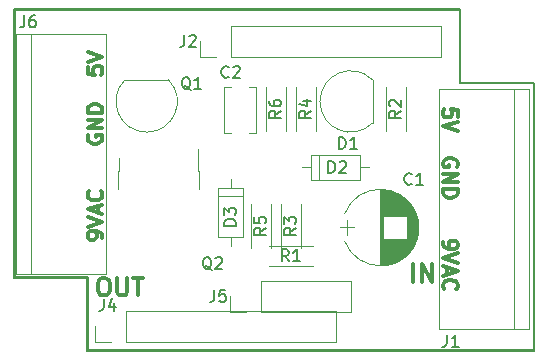
<source format=gto>
G04 #@! TF.FileFunction,Legend,Top*
%FSLAX46Y46*%
G04 Gerber Fmt 4.6, Leading zero omitted, Abs format (unit mm)*
G04 Created by KiCad (PCBNEW 4.0.7) date 07/23/18 00:18:49*
%MOMM*%
%LPD*%
G01*
G04 APERTURE LIST*
%ADD10C,0.100000*%
%ADD11C,0.150000*%
%ADD12C,0.300000*%
%ADD13C,0.120000*%
G04 APERTURE END LIST*
D10*
D11*
X140462000Y-106299000D02*
X140462000Y-83693000D01*
X146685000Y-106299000D02*
X140462000Y-106299000D01*
X146685000Y-112522000D02*
X146685000Y-106299000D01*
X184404000Y-112522000D02*
X146685000Y-112522000D01*
X184404000Y-89916000D02*
X184404000Y-112522000D01*
X178181000Y-89916000D02*
X184404000Y-89916000D01*
X178181000Y-83693000D02*
X178181000Y-89916000D01*
X140462000Y-83693000D02*
X178181000Y-83693000D01*
D12*
X147885476Y-103026524D02*
X147885476Y-102788429D01*
X147825952Y-102669381D01*
X147766429Y-102609857D01*
X147587857Y-102490810D01*
X147349762Y-102431286D01*
X146873571Y-102431286D01*
X146754524Y-102490810D01*
X146695000Y-102550334D01*
X146635476Y-102669381D01*
X146635476Y-102907477D01*
X146695000Y-103026524D01*
X146754524Y-103086048D01*
X146873571Y-103145572D01*
X147171190Y-103145572D01*
X147290238Y-103086048D01*
X147349762Y-103026524D01*
X147409286Y-102907477D01*
X147409286Y-102669381D01*
X147349762Y-102550334D01*
X147290238Y-102490810D01*
X147171190Y-102431286D01*
X146635476Y-102074143D02*
X147885476Y-101657477D01*
X146635476Y-101240810D01*
X147528333Y-100883667D02*
X147528333Y-100288429D01*
X147885476Y-101002714D02*
X146635476Y-100586048D01*
X147885476Y-100169381D01*
X147766429Y-99038428D02*
X147825952Y-99097952D01*
X147885476Y-99276523D01*
X147885476Y-99395571D01*
X147825952Y-99574143D01*
X147706905Y-99693190D01*
X147587857Y-99752714D01*
X147349762Y-99812238D01*
X147171190Y-99812238D01*
X146933095Y-99752714D01*
X146814048Y-99693190D01*
X146695000Y-99574143D01*
X146635476Y-99395571D01*
X146635476Y-99276523D01*
X146695000Y-99097952D01*
X146754524Y-99038428D01*
X146695000Y-94297381D02*
X146635476Y-94416429D01*
X146635476Y-94595000D01*
X146695000Y-94773572D01*
X146814048Y-94892619D01*
X146933095Y-94952143D01*
X147171190Y-95011667D01*
X147349762Y-95011667D01*
X147587857Y-94952143D01*
X147706905Y-94892619D01*
X147825952Y-94773572D01*
X147885476Y-94595000D01*
X147885476Y-94475952D01*
X147825952Y-94297381D01*
X147766429Y-94237857D01*
X147349762Y-94237857D01*
X147349762Y-94475952D01*
X147885476Y-93702143D02*
X146635476Y-93702143D01*
X147885476Y-92987857D01*
X146635476Y-92987857D01*
X147885476Y-92392619D02*
X146635476Y-92392619D01*
X146635476Y-92095000D01*
X146695000Y-91916428D01*
X146814048Y-91797381D01*
X146933095Y-91737857D01*
X147171190Y-91678333D01*
X147349762Y-91678333D01*
X147587857Y-91737857D01*
X147706905Y-91797381D01*
X147825952Y-91916428D01*
X147885476Y-92095000D01*
X147885476Y-92392619D01*
X146635476Y-88503095D02*
X146635476Y-89098333D01*
X147230714Y-89157857D01*
X147171190Y-89098333D01*
X147111667Y-88979285D01*
X147111667Y-88681666D01*
X147171190Y-88562619D01*
X147230714Y-88503095D01*
X147349762Y-88443571D01*
X147647381Y-88443571D01*
X147766429Y-88503095D01*
X147825952Y-88562619D01*
X147885476Y-88681666D01*
X147885476Y-88979285D01*
X147825952Y-89098333D01*
X147766429Y-89157857D01*
X146635476Y-88086428D02*
X147885476Y-87669762D01*
X146635476Y-87253095D01*
X147852000Y-106366571D02*
X148137714Y-106366571D01*
X148280572Y-106438000D01*
X148423429Y-106580857D01*
X148494857Y-106866571D01*
X148494857Y-107366571D01*
X148423429Y-107652286D01*
X148280572Y-107795143D01*
X148137714Y-107866571D01*
X147852000Y-107866571D01*
X147709143Y-107795143D01*
X147566286Y-107652286D01*
X147494857Y-107366571D01*
X147494857Y-106866571D01*
X147566286Y-106580857D01*
X147709143Y-106438000D01*
X147852000Y-106366571D01*
X149137715Y-106366571D02*
X149137715Y-107580857D01*
X149209143Y-107723714D01*
X149280572Y-107795143D01*
X149423429Y-107866571D01*
X149709143Y-107866571D01*
X149852001Y-107795143D01*
X149923429Y-107723714D01*
X149994858Y-107580857D01*
X149994858Y-106366571D01*
X150494858Y-106366571D02*
X151352001Y-106366571D01*
X150923430Y-107866571D02*
X150923430Y-106366571D01*
X174220286Y-106723571D02*
X174220286Y-105223571D01*
X174934572Y-106723571D02*
X174934572Y-105223571D01*
X175791715Y-106723571D01*
X175791715Y-105223571D01*
X176726524Y-103348476D02*
X176726524Y-103586571D01*
X176786048Y-103705619D01*
X176845571Y-103765143D01*
X177024143Y-103884190D01*
X177262238Y-103943714D01*
X177738429Y-103943714D01*
X177857476Y-103884190D01*
X177917000Y-103824666D01*
X177976524Y-103705619D01*
X177976524Y-103467523D01*
X177917000Y-103348476D01*
X177857476Y-103288952D01*
X177738429Y-103229428D01*
X177440810Y-103229428D01*
X177321762Y-103288952D01*
X177262238Y-103348476D01*
X177202714Y-103467523D01*
X177202714Y-103705619D01*
X177262238Y-103824666D01*
X177321762Y-103884190D01*
X177440810Y-103943714D01*
X177976524Y-104300857D02*
X176726524Y-104717523D01*
X177976524Y-105134190D01*
X177083667Y-105491333D02*
X177083667Y-106086571D01*
X176726524Y-105372286D02*
X177976524Y-105788952D01*
X176726524Y-106205619D01*
X176845571Y-107336572D02*
X176786048Y-107277048D01*
X176726524Y-107098477D01*
X176726524Y-106979429D01*
X176786048Y-106800857D01*
X176905095Y-106681810D01*
X177024143Y-106622286D01*
X177262238Y-106562762D01*
X177440810Y-106562762D01*
X177678905Y-106622286D01*
X177797952Y-106681810D01*
X177917000Y-106800857D01*
X177976524Y-106979429D01*
X177976524Y-107098477D01*
X177917000Y-107277048D01*
X177857476Y-107336572D01*
X177917000Y-96964619D02*
X177976524Y-96845571D01*
X177976524Y-96667000D01*
X177917000Y-96488428D01*
X177797952Y-96369381D01*
X177678905Y-96309857D01*
X177440810Y-96250333D01*
X177262238Y-96250333D01*
X177024143Y-96309857D01*
X176905095Y-96369381D01*
X176786048Y-96488428D01*
X176726524Y-96667000D01*
X176726524Y-96786048D01*
X176786048Y-96964619D01*
X176845571Y-97024143D01*
X177262238Y-97024143D01*
X177262238Y-96786048D01*
X176726524Y-97559857D02*
X177976524Y-97559857D01*
X176726524Y-98274143D01*
X177976524Y-98274143D01*
X176726524Y-98869381D02*
X177976524Y-98869381D01*
X177976524Y-99167000D01*
X177917000Y-99345572D01*
X177797952Y-99464619D01*
X177678905Y-99524143D01*
X177440810Y-99583667D01*
X177262238Y-99583667D01*
X177024143Y-99524143D01*
X176905095Y-99464619D01*
X176786048Y-99345572D01*
X176726524Y-99167000D01*
X176726524Y-98869381D01*
X177976524Y-92725905D02*
X177976524Y-92130667D01*
X177381286Y-92071143D01*
X177440810Y-92130667D01*
X177500333Y-92249715D01*
X177500333Y-92547334D01*
X177440810Y-92666381D01*
X177381286Y-92725905D01*
X177262238Y-92785429D01*
X176964619Y-92785429D01*
X176845571Y-92725905D01*
X176786048Y-92666381D01*
X176726524Y-92547334D01*
X176726524Y-92249715D01*
X176786048Y-92130667D01*
X176845571Y-92071143D01*
X177976524Y-93142572D02*
X176726524Y-93559238D01*
X177976524Y-93975905D01*
D13*
X174447820Y-100928864D02*
G75*
G03X168412518Y-100928000I-3017820J-1179136D01*
G01*
X174447820Y-103287136D02*
G75*
G02X168412518Y-103288000I-3017820J1179136D01*
G01*
X174447820Y-103287136D02*
G75*
G03X174447482Y-100928000I-3017820J1179136D01*
G01*
X171430000Y-98908000D02*
X171430000Y-105308000D01*
X171470000Y-98908000D02*
X171470000Y-105308000D01*
X171510000Y-98908000D02*
X171510000Y-105308000D01*
X171550000Y-98910000D02*
X171550000Y-105306000D01*
X171590000Y-98911000D02*
X171590000Y-105305000D01*
X171630000Y-98914000D02*
X171630000Y-105302000D01*
X171670000Y-98916000D02*
X171670000Y-105300000D01*
X171710000Y-98920000D02*
X171710000Y-101128000D01*
X171710000Y-103088000D02*
X171710000Y-105296000D01*
X171750000Y-98923000D02*
X171750000Y-101128000D01*
X171750000Y-103088000D02*
X171750000Y-105293000D01*
X171790000Y-98928000D02*
X171790000Y-101128000D01*
X171790000Y-103088000D02*
X171790000Y-105288000D01*
X171830000Y-98932000D02*
X171830000Y-101128000D01*
X171830000Y-103088000D02*
X171830000Y-105284000D01*
X171870000Y-98938000D02*
X171870000Y-101128000D01*
X171870000Y-103088000D02*
X171870000Y-105278000D01*
X171910000Y-98943000D02*
X171910000Y-101128000D01*
X171910000Y-103088000D02*
X171910000Y-105273000D01*
X171950000Y-98950000D02*
X171950000Y-101128000D01*
X171950000Y-103088000D02*
X171950000Y-105266000D01*
X171990000Y-98956000D02*
X171990000Y-101128000D01*
X171990000Y-103088000D02*
X171990000Y-105260000D01*
X172030000Y-98964000D02*
X172030000Y-101128000D01*
X172030000Y-103088000D02*
X172030000Y-105252000D01*
X172070000Y-98971000D02*
X172070000Y-101128000D01*
X172070000Y-103088000D02*
X172070000Y-105245000D01*
X172110000Y-98980000D02*
X172110000Y-101128000D01*
X172110000Y-103088000D02*
X172110000Y-105236000D01*
X172151000Y-98989000D02*
X172151000Y-101128000D01*
X172151000Y-103088000D02*
X172151000Y-105227000D01*
X172191000Y-98998000D02*
X172191000Y-101128000D01*
X172191000Y-103088000D02*
X172191000Y-105218000D01*
X172231000Y-99008000D02*
X172231000Y-101128000D01*
X172231000Y-103088000D02*
X172231000Y-105208000D01*
X172271000Y-99018000D02*
X172271000Y-101128000D01*
X172271000Y-103088000D02*
X172271000Y-105198000D01*
X172311000Y-99029000D02*
X172311000Y-101128000D01*
X172311000Y-103088000D02*
X172311000Y-105187000D01*
X172351000Y-99041000D02*
X172351000Y-101128000D01*
X172351000Y-103088000D02*
X172351000Y-105175000D01*
X172391000Y-99053000D02*
X172391000Y-101128000D01*
X172391000Y-103088000D02*
X172391000Y-105163000D01*
X172431000Y-99066000D02*
X172431000Y-101128000D01*
X172431000Y-103088000D02*
X172431000Y-105150000D01*
X172471000Y-99079000D02*
X172471000Y-101128000D01*
X172471000Y-103088000D02*
X172471000Y-105137000D01*
X172511000Y-99093000D02*
X172511000Y-101128000D01*
X172511000Y-103088000D02*
X172511000Y-105123000D01*
X172551000Y-99107000D02*
X172551000Y-101128000D01*
X172551000Y-103088000D02*
X172551000Y-105109000D01*
X172591000Y-99122000D02*
X172591000Y-101128000D01*
X172591000Y-103088000D02*
X172591000Y-105094000D01*
X172631000Y-99138000D02*
X172631000Y-101128000D01*
X172631000Y-103088000D02*
X172631000Y-105078000D01*
X172671000Y-99154000D02*
X172671000Y-101128000D01*
X172671000Y-103088000D02*
X172671000Y-105062000D01*
X172711000Y-99171000D02*
X172711000Y-101128000D01*
X172711000Y-103088000D02*
X172711000Y-105045000D01*
X172751000Y-99189000D02*
X172751000Y-101128000D01*
X172751000Y-103088000D02*
X172751000Y-105027000D01*
X172791000Y-99207000D02*
X172791000Y-101128000D01*
X172791000Y-103088000D02*
X172791000Y-105009000D01*
X172831000Y-99226000D02*
X172831000Y-101128000D01*
X172831000Y-103088000D02*
X172831000Y-104990000D01*
X172871000Y-99245000D02*
X172871000Y-101128000D01*
X172871000Y-103088000D02*
X172871000Y-104971000D01*
X172911000Y-99265000D02*
X172911000Y-101128000D01*
X172911000Y-103088000D02*
X172911000Y-104951000D01*
X172951000Y-99286000D02*
X172951000Y-101128000D01*
X172951000Y-103088000D02*
X172951000Y-104930000D01*
X172991000Y-99308000D02*
X172991000Y-101128000D01*
X172991000Y-103088000D02*
X172991000Y-104908000D01*
X173031000Y-99330000D02*
X173031000Y-101128000D01*
X173031000Y-103088000D02*
X173031000Y-104886000D01*
X173071000Y-99353000D02*
X173071000Y-101128000D01*
X173071000Y-103088000D02*
X173071000Y-104863000D01*
X173111000Y-99377000D02*
X173111000Y-101128000D01*
X173111000Y-103088000D02*
X173111000Y-104839000D01*
X173151000Y-99402000D02*
X173151000Y-101128000D01*
X173151000Y-103088000D02*
X173151000Y-104814000D01*
X173191000Y-99427000D02*
X173191000Y-101128000D01*
X173191000Y-103088000D02*
X173191000Y-104789000D01*
X173231000Y-99454000D02*
X173231000Y-101128000D01*
X173231000Y-103088000D02*
X173231000Y-104762000D01*
X173271000Y-99481000D02*
X173271000Y-101128000D01*
X173271000Y-103088000D02*
X173271000Y-104735000D01*
X173311000Y-99509000D02*
X173311000Y-101128000D01*
X173311000Y-103088000D02*
X173311000Y-104707000D01*
X173351000Y-99538000D02*
X173351000Y-101128000D01*
X173351000Y-103088000D02*
X173351000Y-104678000D01*
X173391000Y-99568000D02*
X173391000Y-101128000D01*
X173391000Y-103088000D02*
X173391000Y-104648000D01*
X173431000Y-99598000D02*
X173431000Y-101128000D01*
X173431000Y-103088000D02*
X173431000Y-104618000D01*
X173471000Y-99630000D02*
X173471000Y-101128000D01*
X173471000Y-103088000D02*
X173471000Y-104586000D01*
X173511000Y-99663000D02*
X173511000Y-101128000D01*
X173511000Y-103088000D02*
X173511000Y-104553000D01*
X173551000Y-99697000D02*
X173551000Y-101128000D01*
X173551000Y-103088000D02*
X173551000Y-104519000D01*
X173591000Y-99733000D02*
X173591000Y-101128000D01*
X173591000Y-103088000D02*
X173591000Y-104483000D01*
X173631000Y-99769000D02*
X173631000Y-101128000D01*
X173631000Y-103088000D02*
X173631000Y-104447000D01*
X173671000Y-99807000D02*
X173671000Y-104409000D01*
X173711000Y-99846000D02*
X173711000Y-104370000D01*
X173751000Y-99886000D02*
X173751000Y-104330000D01*
X173791000Y-99928000D02*
X173791000Y-104288000D01*
X173831000Y-99971000D02*
X173831000Y-104245000D01*
X173871000Y-100016000D02*
X173871000Y-104200000D01*
X173911000Y-100063000D02*
X173911000Y-104153000D01*
X173951000Y-100111000D02*
X173951000Y-104105000D01*
X173991000Y-100162000D02*
X173991000Y-104054000D01*
X174031000Y-100214000D02*
X174031000Y-104002000D01*
X174071000Y-100269000D02*
X174071000Y-103947000D01*
X174111000Y-100327000D02*
X174111000Y-103889000D01*
X174151000Y-100387000D02*
X174151000Y-103829000D01*
X174191000Y-100450000D02*
X174191000Y-103766000D01*
X174231000Y-100517000D02*
X174231000Y-103699000D01*
X174271000Y-100588000D02*
X174271000Y-103628000D01*
X174311000Y-100663000D02*
X174311000Y-103553000D01*
X174351000Y-100744000D02*
X174351000Y-103472000D01*
X174391000Y-100830000D02*
X174391000Y-103386000D01*
X174431000Y-100924000D02*
X174431000Y-103292000D01*
X174471000Y-101027000D02*
X174471000Y-103189000D01*
X174511000Y-101142000D02*
X174511000Y-103074000D01*
X174551000Y-101274000D02*
X174551000Y-102942000D01*
X174591000Y-101432000D02*
X174591000Y-102784000D01*
X174631000Y-101640000D02*
X174631000Y-102576000D01*
X167980000Y-102108000D02*
X169180000Y-102108000D01*
X168580000Y-101458000D02*
X168580000Y-102758000D01*
X153438000Y-89590000D02*
X149838000Y-89590000D01*
X153476478Y-89601522D02*
G75*
G02X151638000Y-94040000I-1838478J-1838478D01*
G01*
X149799522Y-89601522D02*
G75*
G03X151638000Y-94040000I1838478J-1838478D01*
G01*
X148209000Y-85725000D02*
X140589000Y-85725000D01*
X140589000Y-106045000D02*
X148209000Y-106045000D01*
X141859000Y-106045000D02*
X141859000Y-85725000D01*
X148209000Y-85725000D02*
X148209000Y-106045000D01*
X140589000Y-85725000D02*
X140589000Y-106045000D01*
X160872000Y-90222000D02*
X160872000Y-94142000D01*
X158152000Y-90222000D02*
X158152000Y-94142000D01*
X160872000Y-90222000D02*
X160262000Y-90222000D01*
X158762000Y-90222000D02*
X158152000Y-90222000D01*
X160872000Y-94142000D02*
X160262000Y-94142000D01*
X158762000Y-94142000D02*
X158152000Y-94142000D01*
X165580000Y-95968000D02*
X165580000Y-98088000D01*
X165580000Y-98088000D02*
X169700000Y-98088000D01*
X169700000Y-98088000D02*
X169700000Y-95968000D01*
X169700000Y-95968000D02*
X165580000Y-95968000D01*
X164810000Y-97028000D02*
X165580000Y-97028000D01*
X170470000Y-97028000D02*
X169700000Y-97028000D01*
X166240000Y-95968000D02*
X166240000Y-98088000D01*
X159810000Y-98778000D02*
X157690000Y-98778000D01*
X157690000Y-98778000D02*
X157690000Y-102898000D01*
X157690000Y-102898000D02*
X159810000Y-102898000D01*
X159810000Y-102898000D02*
X159810000Y-98778000D01*
X158750000Y-98008000D02*
X158750000Y-98778000D01*
X158750000Y-103668000D02*
X158750000Y-102898000D01*
X159810000Y-99438000D02*
X157690000Y-99438000D01*
X176403000Y-110744000D02*
X184023000Y-110744000D01*
X184023000Y-90424000D02*
X176403000Y-90424000D01*
X182753000Y-90424000D02*
X182753000Y-110744000D01*
X176403000Y-110744000D02*
X176403000Y-90424000D01*
X184023000Y-110744000D02*
X184023000Y-90424000D01*
X170760000Y-93240000D02*
X170760000Y-89640000D01*
X170748478Y-93278478D02*
G75*
G02X166310000Y-91440000I-1838478J1838478D01*
G01*
X170748478Y-89601522D02*
G75*
G03X166310000Y-91440000I-1838478J-1838478D01*
G01*
X156090000Y-98840000D02*
X156090000Y-97340000D01*
X156090000Y-97340000D02*
X155990000Y-97340000D01*
X155990000Y-97340000D02*
X155990000Y-95440000D01*
X149190000Y-98840000D02*
X149190000Y-97340000D01*
X149190000Y-97340000D02*
X149290000Y-97340000D01*
X149290000Y-97340000D02*
X149290000Y-96240000D01*
X176590000Y-87690000D02*
X176590000Y-85030000D01*
X158750000Y-87690000D02*
X176590000Y-87690000D01*
X158750000Y-85030000D02*
X176590000Y-85030000D01*
X158750000Y-87690000D02*
X158750000Y-85030000D01*
X157480000Y-87690000D02*
X156150000Y-87690000D01*
X156150000Y-87690000D02*
X156150000Y-86360000D01*
X167700000Y-111820000D02*
X167700000Y-109160000D01*
X149860000Y-111820000D02*
X167700000Y-111820000D01*
X149860000Y-109160000D02*
X167700000Y-109160000D01*
X149860000Y-111820000D02*
X149860000Y-109160000D01*
X148590000Y-111820000D02*
X147260000Y-111820000D01*
X147260000Y-111820000D02*
X147260000Y-110490000D01*
X168970000Y-109280000D02*
X168970000Y-106620000D01*
X161290000Y-109280000D02*
X168970000Y-109280000D01*
X161290000Y-106620000D02*
X168970000Y-106620000D01*
X161290000Y-109280000D02*
X161290000Y-106620000D01*
X160020000Y-109280000D02*
X158690000Y-109280000D01*
X158690000Y-109280000D02*
X158690000Y-107950000D01*
D11*
X178181000Y-89852500D02*
X184404000Y-89852500D01*
X178181000Y-83629500D02*
X178181000Y-89852500D01*
X146621500Y-106362500D02*
X146621500Y-112585500D01*
X140462000Y-106362500D02*
X146621500Y-106362500D01*
X140400000Y-83610000D02*
X140400000Y-106360000D01*
X140400000Y-83610000D02*
X178150000Y-83610000D01*
X146650000Y-112610000D02*
X184400000Y-112610000D01*
X184400000Y-89860000D02*
X184400000Y-112610000D01*
D13*
X165690000Y-105381000D02*
X161970000Y-105381000D01*
X165690000Y-103661000D02*
X161970000Y-103661000D01*
X171860000Y-93935000D02*
X171860000Y-90215000D01*
X173580000Y-93935000D02*
X173580000Y-90215000D01*
X162970000Y-103841000D02*
X162970000Y-100121000D01*
X164690000Y-103841000D02*
X164690000Y-100121000D01*
X164240000Y-93935000D02*
X164240000Y-90215000D01*
X165960000Y-93935000D02*
X165960000Y-90215000D01*
X160430000Y-103841000D02*
X160430000Y-100121000D01*
X162150000Y-103841000D02*
X162150000Y-100121000D01*
X161700000Y-93935000D02*
X161700000Y-90215000D01*
X163420000Y-93935000D02*
X163420000Y-90215000D01*
D11*
X174077334Y-98401143D02*
X174029715Y-98448762D01*
X173886858Y-98496381D01*
X173791620Y-98496381D01*
X173648762Y-98448762D01*
X173553524Y-98353524D01*
X173505905Y-98258286D01*
X173458286Y-98067810D01*
X173458286Y-97924952D01*
X173505905Y-97734476D01*
X173553524Y-97639238D01*
X173648762Y-97544000D01*
X173791620Y-97496381D01*
X173886858Y-97496381D01*
X174029715Y-97544000D01*
X174077334Y-97591619D01*
X175029715Y-98496381D02*
X174458286Y-98496381D01*
X174744000Y-98496381D02*
X174744000Y-97496381D01*
X174648762Y-97639238D01*
X174553524Y-97734476D01*
X174458286Y-97782095D01*
X155352762Y-90463619D02*
X155257524Y-90416000D01*
X155162286Y-90320762D01*
X155019429Y-90177905D01*
X154924190Y-90130286D01*
X154828952Y-90130286D01*
X154876571Y-90368381D02*
X154781333Y-90320762D01*
X154686095Y-90225524D01*
X154638476Y-90035048D01*
X154638476Y-89701714D01*
X154686095Y-89511238D01*
X154781333Y-89416000D01*
X154876571Y-89368381D01*
X155067048Y-89368381D01*
X155162286Y-89416000D01*
X155257524Y-89511238D01*
X155305143Y-89701714D01*
X155305143Y-90035048D01*
X155257524Y-90225524D01*
X155162286Y-90320762D01*
X155067048Y-90368381D01*
X154876571Y-90368381D01*
X156257524Y-90368381D02*
X155686095Y-90368381D01*
X155971809Y-90368381D02*
X155971809Y-89368381D01*
X155876571Y-89511238D01*
X155781333Y-89606476D01*
X155686095Y-89654095D01*
X141271667Y-84161381D02*
X141271667Y-84875667D01*
X141224047Y-85018524D01*
X141128809Y-85113762D01*
X140985952Y-85161381D01*
X140890714Y-85161381D01*
X142176429Y-84161381D02*
X141985952Y-84161381D01*
X141890714Y-84209000D01*
X141843095Y-84256619D01*
X141747857Y-84399476D01*
X141700238Y-84589952D01*
X141700238Y-84970905D01*
X141747857Y-85066143D01*
X141795476Y-85113762D01*
X141890714Y-85161381D01*
X142081191Y-85161381D01*
X142176429Y-85113762D01*
X142224048Y-85066143D01*
X142271667Y-84970905D01*
X142271667Y-84732810D01*
X142224048Y-84637571D01*
X142176429Y-84589952D01*
X142081191Y-84542333D01*
X141890714Y-84542333D01*
X141795476Y-84589952D01*
X141747857Y-84637571D01*
X141700238Y-84732810D01*
X158583334Y-89344143D02*
X158535715Y-89391762D01*
X158392858Y-89439381D01*
X158297620Y-89439381D01*
X158154762Y-89391762D01*
X158059524Y-89296524D01*
X158011905Y-89201286D01*
X157964286Y-89010810D01*
X157964286Y-88867952D01*
X158011905Y-88677476D01*
X158059524Y-88582238D01*
X158154762Y-88487000D01*
X158297620Y-88439381D01*
X158392858Y-88439381D01*
X158535715Y-88487000D01*
X158583334Y-88534619D01*
X158964286Y-88534619D02*
X159011905Y-88487000D01*
X159107143Y-88439381D01*
X159345239Y-88439381D01*
X159440477Y-88487000D01*
X159488096Y-88534619D01*
X159535715Y-88629857D01*
X159535715Y-88725095D01*
X159488096Y-88867952D01*
X158916667Y-89439381D01*
X159535715Y-89439381D01*
X167028905Y-97480381D02*
X167028905Y-96480381D01*
X167267000Y-96480381D01*
X167409858Y-96528000D01*
X167505096Y-96623238D01*
X167552715Y-96718476D01*
X167600334Y-96908952D01*
X167600334Y-97051810D01*
X167552715Y-97242286D01*
X167505096Y-97337524D01*
X167409858Y-97432762D01*
X167267000Y-97480381D01*
X167028905Y-97480381D01*
X167981286Y-96575619D02*
X168028905Y-96528000D01*
X168124143Y-96480381D01*
X168362239Y-96480381D01*
X168457477Y-96528000D01*
X168505096Y-96575619D01*
X168552715Y-96670857D01*
X168552715Y-96766095D01*
X168505096Y-96908952D01*
X167933667Y-97480381D01*
X168552715Y-97480381D01*
X159202381Y-101957095D02*
X158202381Y-101957095D01*
X158202381Y-101719000D01*
X158250000Y-101576142D01*
X158345238Y-101480904D01*
X158440476Y-101433285D01*
X158630952Y-101385666D01*
X158773810Y-101385666D01*
X158964286Y-101433285D01*
X159059524Y-101480904D01*
X159154762Y-101576142D01*
X159202381Y-101719000D01*
X159202381Y-101957095D01*
X158202381Y-101052333D02*
X158202381Y-100433285D01*
X158583333Y-100766619D01*
X158583333Y-100623761D01*
X158630952Y-100528523D01*
X158678571Y-100480904D01*
X158773810Y-100433285D01*
X159011905Y-100433285D01*
X159107143Y-100480904D01*
X159154762Y-100528523D01*
X159202381Y-100623761D01*
X159202381Y-100909476D01*
X159154762Y-101004714D01*
X159107143Y-101052333D01*
X177057727Y-111212381D02*
X177057727Y-111926667D01*
X177010107Y-112069524D01*
X176914869Y-112164762D01*
X176772012Y-112212381D01*
X176676774Y-112212381D01*
X178057727Y-112212381D02*
X177486298Y-112212381D01*
X177772012Y-112212381D02*
X177772012Y-111212381D01*
X177676774Y-111355238D01*
X177581536Y-111450476D01*
X177486298Y-111498095D01*
X167917905Y-95448381D02*
X167917905Y-94448381D01*
X168156000Y-94448381D01*
X168298858Y-94496000D01*
X168394096Y-94591238D01*
X168441715Y-94686476D01*
X168489334Y-94876952D01*
X168489334Y-95019810D01*
X168441715Y-95210286D01*
X168394096Y-95305524D01*
X168298858Y-95400762D01*
X168156000Y-95448381D01*
X167917905Y-95448381D01*
X169441715Y-95448381D02*
X168870286Y-95448381D01*
X169156000Y-95448381D02*
X169156000Y-94448381D01*
X169060762Y-94591238D01*
X168965524Y-94686476D01*
X168870286Y-94734095D01*
X157130762Y-105709619D02*
X157035524Y-105662000D01*
X156940286Y-105566762D01*
X156797429Y-105423905D01*
X156702190Y-105376286D01*
X156606952Y-105376286D01*
X156654571Y-105614381D02*
X156559333Y-105566762D01*
X156464095Y-105471524D01*
X156416476Y-105281048D01*
X156416476Y-104947714D01*
X156464095Y-104757238D01*
X156559333Y-104662000D01*
X156654571Y-104614381D01*
X156845048Y-104614381D01*
X156940286Y-104662000D01*
X157035524Y-104757238D01*
X157083143Y-104947714D01*
X157083143Y-105281048D01*
X157035524Y-105471524D01*
X156940286Y-105566762D01*
X156845048Y-105614381D01*
X156654571Y-105614381D01*
X157464095Y-104709619D02*
X157511714Y-104662000D01*
X157606952Y-104614381D01*
X157845048Y-104614381D01*
X157940286Y-104662000D01*
X157987905Y-104709619D01*
X158035524Y-104804857D01*
X158035524Y-104900095D01*
X157987905Y-105042952D01*
X157416476Y-105614381D01*
X158035524Y-105614381D01*
X154816667Y-85812381D02*
X154816667Y-86526667D01*
X154769047Y-86669524D01*
X154673809Y-86764762D01*
X154530952Y-86812381D01*
X154435714Y-86812381D01*
X155245238Y-85907619D02*
X155292857Y-85860000D01*
X155388095Y-85812381D01*
X155626191Y-85812381D01*
X155721429Y-85860000D01*
X155769048Y-85907619D01*
X155816667Y-86002857D01*
X155816667Y-86098095D01*
X155769048Y-86240952D01*
X155197619Y-86812381D01*
X155816667Y-86812381D01*
X148002667Y-108164381D02*
X148002667Y-108878667D01*
X147955047Y-109021524D01*
X147859809Y-109116762D01*
X147716952Y-109164381D01*
X147621714Y-109164381D01*
X148907429Y-108497714D02*
X148907429Y-109164381D01*
X148669333Y-108116762D02*
X148431238Y-108831048D01*
X149050286Y-108831048D01*
X157356667Y-107402381D02*
X157356667Y-108116667D01*
X157309047Y-108259524D01*
X157213809Y-108354762D01*
X157070952Y-108402381D01*
X156975714Y-108402381D01*
X158309048Y-107402381D02*
X157832857Y-107402381D01*
X157785238Y-107878571D01*
X157832857Y-107830952D01*
X157928095Y-107783333D01*
X158166191Y-107783333D01*
X158261429Y-107830952D01*
X158309048Y-107878571D01*
X158356667Y-107973810D01*
X158356667Y-108211905D01*
X158309048Y-108307143D01*
X158261429Y-108354762D01*
X158166191Y-108402381D01*
X157928095Y-108402381D01*
X157832857Y-108354762D01*
X157785238Y-108307143D01*
X163663334Y-104973381D02*
X163330000Y-104497190D01*
X163091905Y-104973381D02*
X163091905Y-103973381D01*
X163472858Y-103973381D01*
X163568096Y-104021000D01*
X163615715Y-104068619D01*
X163663334Y-104163857D01*
X163663334Y-104306714D01*
X163615715Y-104401952D01*
X163568096Y-104449571D01*
X163472858Y-104497190D01*
X163091905Y-104497190D01*
X164615715Y-104973381D02*
X164044286Y-104973381D01*
X164330000Y-104973381D02*
X164330000Y-103973381D01*
X164234762Y-104116238D01*
X164139524Y-104211476D01*
X164044286Y-104259095D01*
X173172381Y-92241666D02*
X172696190Y-92575000D01*
X173172381Y-92813095D02*
X172172381Y-92813095D01*
X172172381Y-92432142D01*
X172220000Y-92336904D01*
X172267619Y-92289285D01*
X172362857Y-92241666D01*
X172505714Y-92241666D01*
X172600952Y-92289285D01*
X172648571Y-92336904D01*
X172696190Y-92432142D01*
X172696190Y-92813095D01*
X172267619Y-91860714D02*
X172220000Y-91813095D01*
X172172381Y-91717857D01*
X172172381Y-91479761D01*
X172220000Y-91384523D01*
X172267619Y-91336904D01*
X172362857Y-91289285D01*
X172458095Y-91289285D01*
X172600952Y-91336904D01*
X173172381Y-91908333D01*
X173172381Y-91289285D01*
X164282381Y-102147666D02*
X163806190Y-102481000D01*
X164282381Y-102719095D02*
X163282381Y-102719095D01*
X163282381Y-102338142D01*
X163330000Y-102242904D01*
X163377619Y-102195285D01*
X163472857Y-102147666D01*
X163615714Y-102147666D01*
X163710952Y-102195285D01*
X163758571Y-102242904D01*
X163806190Y-102338142D01*
X163806190Y-102719095D01*
X163282381Y-101814333D02*
X163282381Y-101195285D01*
X163663333Y-101528619D01*
X163663333Y-101385761D01*
X163710952Y-101290523D01*
X163758571Y-101242904D01*
X163853810Y-101195285D01*
X164091905Y-101195285D01*
X164187143Y-101242904D01*
X164234762Y-101290523D01*
X164282381Y-101385761D01*
X164282381Y-101671476D01*
X164234762Y-101766714D01*
X164187143Y-101814333D01*
X165552381Y-92241666D02*
X165076190Y-92575000D01*
X165552381Y-92813095D02*
X164552381Y-92813095D01*
X164552381Y-92432142D01*
X164600000Y-92336904D01*
X164647619Y-92289285D01*
X164742857Y-92241666D01*
X164885714Y-92241666D01*
X164980952Y-92289285D01*
X165028571Y-92336904D01*
X165076190Y-92432142D01*
X165076190Y-92813095D01*
X164885714Y-91384523D02*
X165552381Y-91384523D01*
X164504762Y-91622619D02*
X165219048Y-91860714D01*
X165219048Y-91241666D01*
X161742381Y-102147666D02*
X161266190Y-102481000D01*
X161742381Y-102719095D02*
X160742381Y-102719095D01*
X160742381Y-102338142D01*
X160790000Y-102242904D01*
X160837619Y-102195285D01*
X160932857Y-102147666D01*
X161075714Y-102147666D01*
X161170952Y-102195285D01*
X161218571Y-102242904D01*
X161266190Y-102338142D01*
X161266190Y-102719095D01*
X160742381Y-101242904D02*
X160742381Y-101719095D01*
X161218571Y-101766714D01*
X161170952Y-101719095D01*
X161123333Y-101623857D01*
X161123333Y-101385761D01*
X161170952Y-101290523D01*
X161218571Y-101242904D01*
X161313810Y-101195285D01*
X161551905Y-101195285D01*
X161647143Y-101242904D01*
X161694762Y-101290523D01*
X161742381Y-101385761D01*
X161742381Y-101623857D01*
X161694762Y-101719095D01*
X161647143Y-101766714D01*
X163012381Y-92241666D02*
X162536190Y-92575000D01*
X163012381Y-92813095D02*
X162012381Y-92813095D01*
X162012381Y-92432142D01*
X162060000Y-92336904D01*
X162107619Y-92289285D01*
X162202857Y-92241666D01*
X162345714Y-92241666D01*
X162440952Y-92289285D01*
X162488571Y-92336904D01*
X162536190Y-92432142D01*
X162536190Y-92813095D01*
X162012381Y-91384523D02*
X162012381Y-91575000D01*
X162060000Y-91670238D01*
X162107619Y-91717857D01*
X162250476Y-91813095D01*
X162440952Y-91860714D01*
X162821905Y-91860714D01*
X162917143Y-91813095D01*
X162964762Y-91765476D01*
X163012381Y-91670238D01*
X163012381Y-91479761D01*
X162964762Y-91384523D01*
X162917143Y-91336904D01*
X162821905Y-91289285D01*
X162583810Y-91289285D01*
X162488571Y-91336904D01*
X162440952Y-91384523D01*
X162393333Y-91479761D01*
X162393333Y-91670238D01*
X162440952Y-91765476D01*
X162488571Y-91813095D01*
X162583810Y-91860714D01*
M02*

</source>
